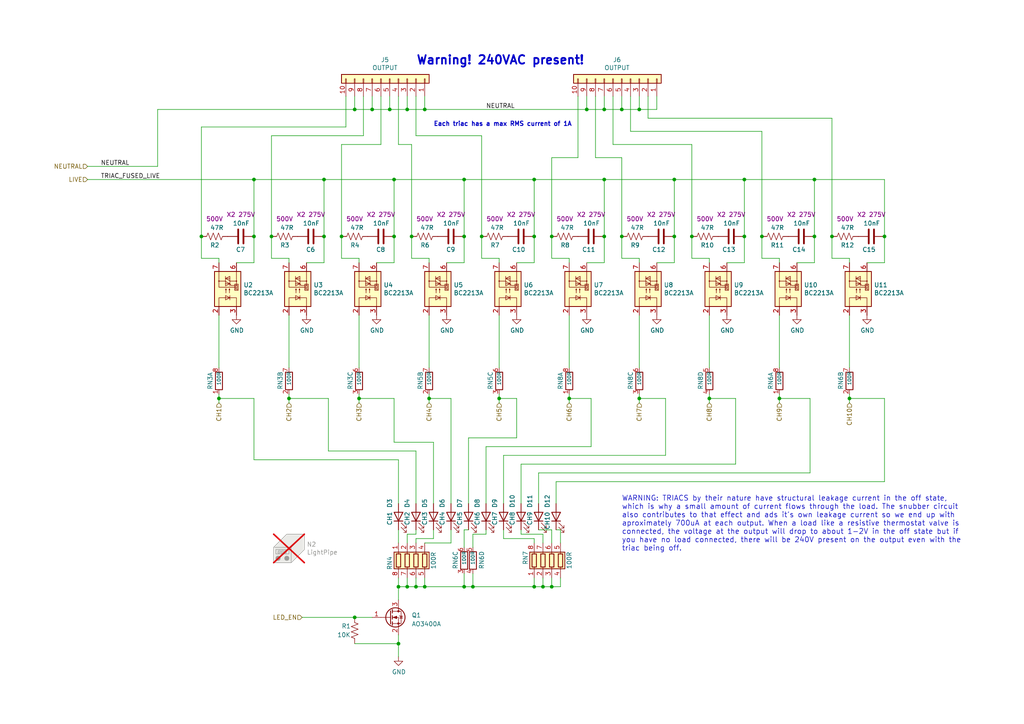
<source format=kicad_sch>
(kicad_sch (version 20230121) (generator eeschema)
  (paper "A4")
  (title_block (title "Voltlog ESP32 10ch Valve Actuator (Tasmota compatible)") (date "2023-08-25") (rev "D") (company "Voltlog"))
  (lib_symbols
    (symbol "Connector_Generic:Conn_01x10" (pin_names (offset 1.016) hide)
      (property "Reference" "J" (at 0 12.7 0))
      (property "Value" "Conn_01x10" (at 0 -15.24 0))
      (symbol "Conn_01x10_1_1"
        (pin passive line (at -5.08 10.16 0) (length 3.81) (name "Pin_1") (number "1"))
        (pin passive line (at -5.08 -12.7 0) (length 3.81) (name "Pin_10") (number "10"))
        (pin passive line (at -5.08 7.62 0) (length 3.81) (name "Pin_2") (number "2"))
        (pin passive line (at -5.08 5.08 0) (length 3.81) (name "Pin_3") (number "3"))
        (pin passive line (at -5.08 2.54 0) (length 3.81) (name "Pin_4") (number "4"))
        (pin passive line (at -5.08 0 0) (length 3.81) (name "Pin_5") (number "5"))
        (pin passive line (at -5.08 -2.54 0) (length 3.81) (name "Pin_6") (number "6"))
        (pin passive line (at -5.08 -5.08 0) (length 3.81) (name "Pin_7") (number "7"))
        (pin passive line (at -5.08 -7.62 0) (length 3.81) (name "Pin_8") (number "8"))
        (pin passive line (at -5.08 -10.16 0) (length 3.81) (name "Pin_9") (number "9"))
      )
    )
    (symbol "Device:C" (pin_numbers hide) (pin_names (offset 0.254))
      (property "Reference" "C" (at 0.635 2.54 0))
      (property "Value" "C" (at 0.635 -2.54 0))
      (symbol "C_1_1"
        (pin passive line (at 0 3.81 270) (length 2.794) (name "~") (number "1"))
        (pin passive line (at 0 -3.81 90) (length 2.794) (name "~") (number "2"))
      )
    )
    (symbol "Device:LED" (pin_numbers hide) (pin_names (offset 1.016) hide)
      (property "Reference" "D" (at 0 2.54 0))
      (property "Value" "LED" (at 0 -2.54 0))
      (symbol "LED_1_1"
        (pin passive line (at -3.81 0 0) (length 2.54) (name "K") (number "1"))
        (pin passive line (at 3.81 0 180) (length 2.54) (name "A") (number "2"))
      )
    )
    (symbol "Device:R_Pack04" (pin_names (offset 0) hide)
      (property "Reference" "RN" (at -7.62 0 90))
      (property "Value" "R_Pack04" (at 5.08 0 90))
      (symbol "R_Pack04_1_1"
        (pin passive line (at -5.08 -5.08 90) (length 2.54) (name "R1.1") (number "1"))
        (pin passive line (at -2.54 -5.08 90) (length 2.54) (name "R2.1") (number "2"))
        (pin passive line (at 0 -5.08 90) (length 2.54) (name "R3.1") (number "3"))
        (pin passive line (at 2.54 -5.08 90) (length 2.54) (name "R4.1") (number "4"))
        (pin passive line (at 2.54 5.08 270) (length 2.54) (name "R4.2") (number "5"))
        (pin passive line (at 0 5.08 270) (length 2.54) (name "R3.2") (number "6"))
        (pin passive line (at -2.54 5.08 270) (length 2.54) (name "R2.2") (number "7"))
        (pin passive line (at -5.08 5.08 270) (length 2.54) (name "R1.2") (number "8"))
      )
    )
    (symbol "Device:R_Pack04_Split" (pin_names (offset 0) hide)
      (property "Reference" "RN" (at 2.032 0 90))
      (property "Value" "R_Pack04_Split" (at 0 0 90))
      (symbol "R_Pack04_Split_1_1"
        (pin passive line (at 0 -3.81 90) (length 1.27) (name "R1.1") (number "1"))
        (pin passive line (at 0 3.81 270) (length 1.27) (name "R1.2") (number "8"))
      )
      (symbol "R_Pack04_Split_2_1"
        (pin passive line (at 0 -3.81 90) (length 1.27) (name "R2.1") (number "2"))
        (pin passive line (at 0 3.81 270) (length 1.27) (name "R2.2") (number "7"))
      )
      (symbol "R_Pack04_Split_3_1"
        (pin passive line (at 0 -3.81 90) (length 1.27) (name "R3.1") (number "3"))
        (pin passive line (at 0 3.81 270) (length 1.27) (name "R3.2") (number "6"))
      )
      (symbol "R_Pack04_Split_4_1"
        (pin passive line (at 0 -3.81 90) (length 1.27) (name "R4.1") (number "4"))
        (pin passive line (at 0 3.81 270) (length 1.27) (name "R4.2") (number "5"))
      )
    )
    (symbol "Device:R_US" (pin_numbers hide) (pin_names (offset 0))
      (property "Reference" "R" (at 2.54 0 90))
      (property "Value" "R_US" (at -2.54 0 90))
      (symbol "R_US_1_1"
        (pin passive line (at 0 3.81 270) (length 1.27) (name "~") (number "1"))
        (pin passive line (at 0 -3.81 90) (length 1.27) (name "~") (number "2"))
      )
    )
    (symbol "Mechanical:Housing" (pin_names (offset 1.016))
      (property "Reference" "N" (at 3.81 0 0))
      (property "Value" "Housing" (at 3.81 -1.905 0))
    )
    (symbol "Transistor_FET:AO3400A" (pin_names hide)
      (property "Reference" "Q" (at 5.08 1.905 0))
      (property "Value" "AO3400A" (at 5.08 0 0))
      (symbol "AO3400A_1_1"
        (pin input line (at -5.08 0 0) (length 2.54) (name "G") (number "1"))
        (pin passive line (at 2.54 -5.08 90) (length 2.54) (name "S") (number "2"))
        (pin passive line (at 2.54 5.08 270) (length 2.54) (name "D") (number "3"))
      )
    )
    (symbol "power:GND" (power) (pin_names (offset 0))
      (property "Value" "GND" (at 0 -3.81 0))
      (symbol "GND_1_1"
        (pin power_in line (at 0 0 270) (length 0) hide (name "GND") (number "1"))
      )
    )
    (symbol "voltlog:BC3223"
      (property "Reference" "U" (at -5.08 5.08 0))
      (property "Value" "BC3223" (at 0 5.08 0))
      (symbol "BC3223_0_0"
        (text "ZCD" (at 0.508 -2.54 0) (effects (font (size 0.508 0.508))))
      )
      (symbol "BC3223_1_1"
        (pin passive line (at -7.62 -2.54 0) (length 2.54) hide (name "~") (number "1"))
        (pin passive line (at -7.62 2.54 0) (length 2.54) (name "~") (number "2"))
        (pin passive line (at -7.62 -2.54 0) (length 2.54) (name "~") (number "3"))
        (pin passive line (at -7.62 -2.54 0) (length 2.54) hide (name "~") (number "4"))
        (pin passive line (at 7.62 -2.54 180) (length 2.54) hide (name "~") (number "5"))
        (pin passive line (at 7.62 -2.54 180) (length 2.54) (name "~") (number "6"))
        (pin passive line (at 7.62 2.54 180) (length 2.54) (name "~") (number "7"))
      )
    )
  )
  (junction (at 175.26 31.75))
  (junction (at 215.9 52.07))
  (junction (at 154.94 68.58))
  (junction (at 99.06 68.58))
  (junction (at 185.42 115.57))
  (junction (at 102.87 31.75))
  (junction (at 134.62 68.58))
  (junction (at 113.03 31.75))
  (junction (at 160.02 170.18))
  (junction (at 139.7 68.58))
  (junction (at 180.34 31.75))
  (junction (at 220.98 68.58))
  (junction (at 246.38 115.57))
  (junction (at 175.26 52.07))
  (junction (at 170.18 31.75))
  (junction (at 144.78 115.57))
  (junction (at 134.62 52.07))
  (junction (at 83.82 115.57))
  (junction (at 104.14 115.57))
  (junction (at 236.22 52.07))
  (junction (at 102.87 179.07))
  (junction (at 114.3 68.58))
  (junction (at 118.11 31.75))
  (junction (at 73.66 68.58))
  (junction (at 180.34 68.58))
  (junction (at 236.22 68.58))
  (junction (at 114.3 52.07))
  (junction (at 226.06 115.57))
  (junction (at 215.9 68.58))
  (junction (at 93.98 52.07))
  (junction (at 134.62 170.18))
  (junction (at 123.19 170.18))
  (junction (at 256.54 68.58))
  (junction (at 120.65 170.18))
  (junction (at 195.58 52.07))
  (junction (at 115.57 170.18))
  (junction (at 200.66 68.58))
  (junction (at 124.46 115.57))
  (junction (at 115.57 186.69))
  (junction (at 73.66 52.07))
  (junction (at 119.38 68.58))
  (junction (at 165.1 115.57))
  (junction (at 154.94 52.07))
  (junction (at 205.74 115.57))
  (junction (at 157.48 170.18))
  (junction (at 160.02 68.58))
  (junction (at 123.19 31.75))
  (junction (at 241.3 68.58))
  (junction (at 107.95 31.75))
  (junction (at 175.26 68.58))
  (junction (at 93.98 68.58))
  (junction (at 63.5 115.57))
  (junction (at 118.11 170.18))
  (junction (at 154.94 170.18))
  (junction (at 58.42 68.58))
  (junction (at 137.16 170.18))
  (junction (at 185.42 31.75))
  (junction (at 78.74 68.58))
  (junction (at 195.58 68.58))
  (wire (pts (xy 146.05 156.21) (xy 146.05 153.67)))
  (wire (pts (xy 182.88 27.94) (xy 182.88 38.1)))
  (wire (pts (xy 123.19 170.18) (xy 134.62 170.18)))
  (wire (pts (xy 120.65 167.64) (xy 120.65 170.18)))
  (wire (pts (xy 83.82 116.84) (xy 83.82 115.57)))
  (wire (pts (xy 123.19 157.48) (xy 130.81 157.48)))
  (wire (pts (xy 120.65 154.94) (xy 120.65 153.67)))
  (wire (pts (xy 115.57 27.94) (xy 115.57 41.91)))
  (wire (pts (xy 78.74 39.37) (xy 78.74 68.58)))
  (wire (pts (xy 137.16 166.37) (xy 137.16 170.18)))
  (wire (pts (xy 78.74 68.58) (xy 78.74 74.93)))
  (wire (pts (xy 87.63 179.07) (xy 102.87 179.07)))
  (wire (pts (xy 170.18 76.2) (xy 175.26 76.2)))
  (wire (pts (xy 236.22 52.07) (xy 256.54 52.07)))
  (wire (pts (xy 105.41 27.94) (xy 105.41 39.37)))
  (wire (pts (xy 118.11 167.64) (xy 118.11 170.18)))
  (wire (pts (xy 124.46 76.2) (xy 124.46 74.93)))
  (wire (pts (xy 137.16 154.94) (xy 140.97 154.94)))
  (wire (pts (xy 154.94 68.58) (xy 154.94 76.2)))
  (wire (pts (xy 95.25 130.81) (xy 95.25 115.57)))
  (wire (pts (xy 154.94 170.18) (xy 157.48 170.18)))
  (wire (pts (xy 73.66 76.2) (xy 73.66 68.58)))
  (wire (pts (xy 114.3 68.58) (xy 114.3 76.2)))
  (wire (pts (xy 118.11 157.48) (xy 118.11 154.94)))
  (wire (pts (xy 241.3 68.58) (xy 241.3 74.93)))
  (wire (pts (xy 165.1 76.2) (xy 165.1 74.93)))
  (wire (pts (xy 154.94 52.07) (xy 175.26 52.07)))
  (wire (pts (xy 241.3 34.29) (xy 241.3 68.58)))
  (wire (pts (xy 120.65 130.81) (xy 120.65 146.05)))
  (wire (pts (xy 95.25 115.57) (xy 83.82 115.57)))
  (wire (pts (xy 172.72 27.94) (xy 172.72 45.72)))
  (wire (pts (xy 120.65 39.37) (xy 139.7 39.37)))
  (wire (pts (xy 73.66 133.35) (xy 115.57 133.35)))
  (wire (pts (xy 205.74 76.2) (xy 205.74 74.93)))
  (wire (pts (xy 115.57 41.91) (xy 119.38 41.91)))
  (wire (pts (xy 146.05 132.08) (xy 193.04 132.08)))
  (wire (pts (xy 104.14 76.2) (xy 104.14 74.93)))
  (wire (pts (xy 151.13 154.94) (xy 157.48 154.94)))
  (wire (pts (xy 104.14 106.68) (xy 104.14 91.44)))
  (wire (pts (xy 123.19 27.94) (xy 123.19 31.75)))
  (wire (pts (xy 130.81 115.57) (xy 130.81 146.05)))
  (wire (pts (xy 63.5 115.57) (xy 63.5 114.3)))
  (wire (pts (xy 45.72 31.75) (xy 102.87 31.75)))
  (wire (pts (xy 140.97 129.54) (xy 140.97 146.05)))
  (wire (pts (xy 110.49 27.94) (xy 110.49 41.91)))
  (wire (pts (xy 63.5 74.93) (xy 58.42 74.93)))
  (wire (pts (xy 170.18 31.75) (xy 175.26 31.75)))
  (wire (pts (xy 215.9 52.07) (xy 236.22 52.07)))
  (wire (pts (xy 167.64 45.72) (xy 160.02 45.72)))
  (wire (pts (xy 157.48 154.94) (xy 157.48 157.48)))
  (wire (pts (xy 139.7 39.37) (xy 139.7 68.58)))
  (wire (pts (xy 134.62 52.07) (xy 134.62 68.58)))
  (wire (pts (xy 256.54 115.57) (xy 246.38 115.57)))
  (wire (pts (xy 175.26 27.94) (xy 175.26 31.75)))
  (wire (pts (xy 172.72 45.72) (xy 180.34 45.72)))
  (wire (pts (xy 226.06 74.93) (xy 220.98 74.93)))
  (wire (pts (xy 63.5 115.57) (xy 73.66 115.57)))
  (wire (pts (xy 93.98 52.07) (xy 93.98 68.58)))
  (wire (pts (xy 205.74 115.57) (xy 205.74 114.3)))
  (wire (pts (xy 144.78 116.84) (xy 144.78 115.57)))
  (wire (pts (xy 114.3 128.27) (xy 125.73 128.27)))
  (wire (pts (xy 193.04 115.57) (xy 185.42 115.57)))
  (wire (pts (xy 134.62 166.37) (xy 134.62 170.18)))
  (wire (pts (xy 123.19 167.64) (xy 123.19 170.18)))
  (wire (pts (xy 177.8 41.91) (xy 200.66 41.91)))
  (wire (pts (xy 175.26 31.75) (xy 180.34 31.75)))
  (wire (pts (xy 124.46 106.68) (xy 124.46 91.44)))
  (wire (pts (xy 195.58 52.07) (xy 195.58 68.58)))
  (wire (pts (xy 93.98 52.07) (xy 114.3 52.07)))
  (wire (pts (xy 115.57 186.69) (xy 115.57 190.5)))
  (wire (pts (xy 93.98 68.58) (xy 93.98 76.2)))
  (wire (pts (xy 165.1 116.84) (xy 165.1 115.57)))
  (wire (pts (xy 83.82 115.57) (xy 83.82 114.3)))
  (wire (pts (xy 246.38 106.68) (xy 246.38 91.44)))
  (wire (pts (xy 124.46 116.84) (xy 124.46 115.57)))
  (wire (pts (xy 151.13 134.62) (xy 213.36 134.62)))
  (wire (pts (xy 205.74 116.84) (xy 205.74 115.57)))
  (wire (pts (xy 215.9 52.07) (xy 215.9 68.58)))
  (wire (pts (xy 105.41 39.37) (xy 78.74 39.37)))
  (wire (pts (xy 160.02 153.67) (xy 160.02 157.48)))
  (wire (pts (xy 165.1 115.57) (xy 165.1 114.3)))
  (wire (pts (xy 114.3 52.07) (xy 134.62 52.07)))
  (wire (pts (xy 104.14 115.57) (xy 104.14 114.3)))
  (wire (pts (xy 130.81 157.48) (xy 130.81 153.67)))
  (wire (pts (xy 175.26 52.07) (xy 195.58 52.07)))
  (wire (pts (xy 175.26 52.07) (xy 175.26 68.58)))
  (wire (pts (xy 226.06 115.57) (xy 226.06 114.3)))
  (wire (pts (xy 205.74 106.68) (xy 205.74 91.44)))
  (wire (pts (xy 140.97 129.54) (xy 171.45 129.54)))
  (wire (pts (xy 185.42 116.84) (xy 185.42 115.57)))
  (wire (pts (xy 134.62 170.18) (xy 137.16 170.18)))
  (wire (pts (xy 119.38 68.58) (xy 119.38 74.93)))
  (wire (pts (xy 58.42 36.83) (xy 100.33 36.83)))
  (wire (pts (xy 210.82 76.2) (xy 215.9 76.2)))
  (wire (pts (xy 120.65 27.94) (xy 120.65 39.37)))
  (wire (pts (xy 246.38 76.2) (xy 246.38 74.93)))
  (wire (pts (xy 185.42 74.93) (xy 180.34 74.93)))
  (wire (pts (xy 83.82 106.68) (xy 83.82 91.44)))
  (wire (pts (xy 236.22 52.07) (xy 236.22 68.58)))
  (wire (pts (xy 99.06 41.91) (xy 110.49 41.91)))
  (wire (pts (xy 187.96 34.29) (xy 241.3 34.29)))
  (wire (pts (xy 118.11 31.75) (xy 123.19 31.75)))
  (wire (pts (xy 215.9 68.58) (xy 215.9 76.2)))
  (wire (pts (xy 144.78 115.57) (xy 144.78 114.3)))
  (wire (pts (xy 236.22 68.58) (xy 236.22 76.2)))
  (wire (pts (xy 161.29 153.67) (xy 162.56 153.67)))
  (wire (pts (xy 125.73 128.27) (xy 125.73 146.05)))
  (wire (pts (xy 175.26 68.58) (xy 175.26 76.2)))
  (wire (pts (xy 156.21 137.16) (xy 156.21 146.05)))
  (wire (pts (xy 115.57 167.64) (xy 115.57 170.18)))
  (wire (pts (xy 118.11 154.94) (xy 120.65 154.94)))
  (wire (pts (xy 107.95 27.94) (xy 107.95 31.75)))
  (wire (pts (xy 99.06 68.58) (xy 99.06 74.93)))
  (wire (pts (xy 134.62 153.67) (xy 134.62 158.75)))
  (wire (pts (xy 234.95 137.16) (xy 234.95 115.57)))
  (wire (pts (xy 187.96 27.94) (xy 187.96 34.29)))
  (wire (pts (xy 109.22 76.2) (xy 114.3 76.2)))
  (wire (pts (xy 185.42 27.94) (xy 185.42 31.75)))
  (wire (pts (xy 120.65 130.81) (xy 95.25 130.81)))
  (wire (pts (xy 185.42 76.2) (xy 185.42 74.93)))
  (wire (pts (xy 114.3 115.57) (xy 114.3 128.27)))
  (wire (pts (xy 68.58 76.2) (xy 73.66 76.2)))
  (wire (pts (xy 118.11 170.18) (xy 120.65 170.18)))
  (wire (pts (xy 83.82 76.2) (xy 83.82 74.93)))
  (wire (pts (xy 100.33 36.83) (xy 100.33 27.94)))
  (wire (pts (xy 149.86 127) (xy 149.86 115.57)))
  (wire (pts (xy 129.54 76.2) (xy 134.62 76.2)))
  (wire (pts (xy 73.66 115.57) (xy 73.66 133.35)))
  (wire (pts (xy 180.34 31.75) (xy 185.42 31.75)))
  (wire (pts (xy 195.58 52.07) (xy 215.9 52.07)))
  (wire (pts (xy 200.66 41.91) (xy 200.66 68.58)))
  (wire (pts (xy 120.65 170.18) (xy 123.19 170.18)))
  (wire (pts (xy 154.94 167.64) (xy 154.94 170.18)))
  (wire (pts (xy 135.89 127) (xy 149.86 127)))
  (wire (pts (xy 113.03 31.75) (xy 118.11 31.75)))
  (wire (pts (xy 160.02 68.58) (xy 160.02 74.93)))
  (wire (pts (xy 140.97 154.94) (xy 140.97 153.67)))
  (wire (pts (xy 104.14 74.93) (xy 99.06 74.93)))
  (wire (pts (xy 124.46 115.57) (xy 124.46 114.3)))
  (wire (pts (xy 119.38 41.91) (xy 119.38 68.58)))
  (wire (pts (xy 99.06 41.91) (xy 99.06 68.58)))
  (wire (pts (xy 113.03 27.94) (xy 113.03 31.75)))
  (wire (pts (xy 154.94 52.07) (xy 154.94 68.58)))
  (wire (pts (xy 256.54 52.07) (xy 256.54 68.58)))
  (wire (pts (xy 193.04 132.08) (xy 193.04 115.57)))
  (wire (pts (xy 165.1 74.93) (xy 160.02 74.93)))
  (wire (pts (xy 115.57 184.15) (xy 115.57 186.69)))
  (wire (pts (xy 63.5 116.84) (xy 63.5 115.57)))
  (wire (pts (xy 246.38 116.84) (xy 246.38 115.57)))
  (wire (pts (xy 160.02 167.64) (xy 160.02 170.18)))
  (wire (pts (xy 165.1 106.68) (xy 165.1 91.44)))
  (wire (pts (xy 115.57 170.18) (xy 118.11 170.18)))
  (wire (pts (xy 161.29 139.7) (xy 256.54 139.7)))
  (wire (pts (xy 182.88 38.1) (xy 220.98 38.1)))
  (wire (pts (xy 114.3 52.07) (xy 114.3 68.58)))
  (wire (pts (xy 151.13 153.67) (xy 151.13 154.94)))
  (wire (pts (xy 157.48 167.64) (xy 157.48 170.18)))
  (wire (pts (xy 88.9 76.2) (xy 93.98 76.2)))
  (wire (pts (xy 102.87 179.07) (xy 107.95 179.07)))
  (wire (pts (xy 144.78 76.2) (xy 144.78 74.93)))
  (wire (pts (xy 154.94 156.21) (xy 146.05 156.21)))
  (wire (pts (xy 220.98 68.58) (xy 220.98 74.93)))
  (wire (pts (xy 123.19 31.75) (xy 170.18 31.75)))
  (wire (pts (xy 256.54 68.58) (xy 256.54 76.2)))
  (wire (pts (xy 185.42 115.57) (xy 185.42 114.3)))
  (wire (pts (xy 58.42 74.93) (xy 58.42 68.58)))
  (wire (pts (xy 25.4 48.26) (xy 45.72 48.26)))
  (wire (pts (xy 73.66 52.07) (xy 93.98 52.07)))
  (wire (pts (xy 171.45 129.54) (xy 171.45 115.57)))
  (wire (pts (xy 226.06 76.2) (xy 226.06 74.93)))
  (wire (pts (xy 156.21 137.16) (xy 234.95 137.16)))
  (wire (pts (xy 134.62 153.67) (xy 135.89 153.67)))
  (wire (pts (xy 45.72 48.26) (xy 45.72 31.75)))
  (wire (pts (xy 144.78 74.93) (xy 139.7 74.93)))
  (wire (pts (xy 231.14 76.2) (xy 236.22 76.2)))
  (wire (pts (xy 83.82 74.93) (xy 78.74 74.93)))
  (wire (pts (xy 200.66 68.58) (xy 200.66 74.93)))
  (wire (pts (xy 151.13 134.62) (xy 151.13 146.05)))
  (wire (pts (xy 124.46 115.57) (xy 130.81 115.57)))
  (wire (pts (xy 120.65 157.48) (xy 120.65 156.21)))
  (wire (pts (xy 144.78 106.68) (xy 144.78 91.44)))
  (wire (pts (xy 63.5 106.68) (xy 63.5 91.44)))
  (wire (pts (xy 251.46 76.2) (xy 256.54 76.2)))
  (wire (pts (xy 256.54 139.7) (xy 256.54 115.57)))
  (wire (pts (xy 170.18 27.94) (xy 170.18 31.75)))
  (wire (pts (xy 160.02 45.72) (xy 160.02 68.58)))
  (wire (pts (xy 58.42 68.58) (xy 58.42 36.83)))
  (wire (pts (xy 246.38 74.93) (xy 241.3 74.93)))
  (wire (pts (xy 107.95 31.75) (xy 113.03 31.75)))
  (wire (pts (xy 180.34 45.72) (xy 180.34 68.58)))
  (wire (pts (xy 63.5 76.2) (xy 63.5 74.93)))
  (wire (pts (xy 171.45 115.57) (xy 165.1 115.57)))
  (wire (pts (xy 135.89 127) (xy 135.89 146.05)))
  (wire (pts (xy 190.5 76.2) (xy 195.58 76.2)))
  (wire (pts (xy 115.57 157.48) (xy 115.57 153.67)))
  (wire (pts (xy 134.62 68.58) (xy 134.62 76.2)))
  (wire (pts (xy 102.87 186.69) (xy 115.57 186.69)))
  (wire (pts (xy 102.87 27.94) (xy 102.87 31.75)))
  (wire (pts (xy 118.11 27.94) (xy 118.11 31.75)))
  (wire (pts (xy 146.05 132.08) (xy 146.05 146.05)))
  (wire (pts (xy 157.48 170.18) (xy 160.02 170.18)))
  (wire (pts (xy 205.74 74.93) (xy 200.66 74.93)))
  (wire (pts (xy 226.06 106.68) (xy 226.06 91.44)))
  (wire (pts (xy 162.56 153.67) (xy 162.56 157.48)))
  (wire (pts (xy 213.36 134.62) (xy 213.36 115.57)))
  (wire (pts (xy 137.16 170.18) (xy 154.94 170.18)))
  (wire (pts (xy 73.66 68.58) (xy 73.66 52.07)))
  (wire (pts (xy 124.46 74.93) (xy 119.38 74.93)))
  (wire (pts (xy 190.5 31.75) (xy 190.5 27.94)))
  (wire (pts (xy 246.38 115.57) (xy 246.38 114.3)))
  (wire (pts (xy 162.56 170.18) (xy 162.56 167.64)))
  (wire (pts (xy 161.29 139.7) (xy 161.29 146.05)))
  (wire (pts (xy 160.02 170.18) (xy 162.56 170.18)))
  (wire (pts (xy 149.86 115.57) (xy 144.78 115.57)))
  (wire (pts (xy 120.65 156.21) (xy 125.73 156.21)))
  (wire (pts (xy 115.57 170.18) (xy 115.57 173.99)))
  (wire (pts (xy 213.36 115.57) (xy 205.74 115.57)))
  (wire (pts (xy 154.94 157.48) (xy 154.94 156.21)))
  (wire (pts (xy 115.57 133.35) (xy 115.57 146.05)))
  (wire (pts (xy 137.16 154.94) (xy 137.16 158.75)))
  (wire (pts (xy 167.64 27.94) (xy 167.64 45.72)))
  (wire (pts (xy 134.62 52.07) (xy 154.94 52.07)))
  (wire (pts (xy 220.98 38.1) (xy 220.98 68.58)))
  (wire (pts (xy 180.34 68.58) (xy 180.34 74.93)))
  (wire (pts (xy 25.4 52.07) (xy 73.66 52.07)))
  (wire (pts (xy 226.06 116.84) (xy 226.06 115.57)))
  (wire (pts (xy 139.7 68.58) (xy 139.7 74.93)))
  (wire (pts (xy 102.87 31.75) (xy 107.95 31.75)))
  (wire (pts (xy 185.42 106.68) (xy 185.42 91.44)))
  (wire (pts (xy 125.73 156.21) (xy 125.73 153.67)))
  (wire (pts (xy 149.86 76.2) (xy 154.94 76.2)))
  (wire (pts (xy 156.21 153.67) (xy 160.02 153.67)))
  (wire (pts (xy 234.95 115.57) (xy 226.06 115.57)))
  (wire (pts (xy 180.34 27.94) (xy 180.34 31.75)))
  (wire (pts (xy 185.42 31.75) (xy 190.5 31.75)))
  (wire (pts (xy 177.8 27.94) (xy 177.8 41.91)))
  (wire (pts (xy 195.58 68.58) (xy 195.58 76.2)))
  (wire (pts (xy 104.14 115.57) (xy 114.3 115.57)))
  (wire (pts (xy 104.14 116.84) (xy 104.14 115.57)))
  (text "Warning! 240VAC present!" (at 120.65 19.05 0) (effects (font (size 2.4892 2.4892) (thickness 0.4978) bold) (justify left bottom)))
  (text "WARNING: TRIACS by their nature have structural leakage current in the off state, \nwhich is why a small amount of current flows through the load. The snubber circuit \nalso contributes to that effect and ads it's own leakage current so we end up with \naproximately 700uA at each output. When a load like a resistive thermostat valve is \nconnected, the voltage at the output will drop to about 1-2V in the off state but if \nyou have no load connected, there will be 240V present on the output even with the\ntriac being off." (at 180.34 160.02 0) (effects (font (size 1.4986 1.4986)) (justify left bottom)))
  (text "Each triac has a max RMS current of 1A" (at 125.73 36.83 0) (effects (font (size 1.27 1.27) (thickness 0.254) bold) (justify left bottom)))
  (label "NEUTRAL" (at 29.21 48.26 0))
  (label "TRIAC_FUSED_LIVE" (at 29.21 52.07 0))
  (label "NEUTRAL" (at 140.97 31.75 0))
  (hierarchical_label "CH6" (shape input) (at 165.1 116.84 270))
  (hierarchical_label "NEUTRAL" (shape input) (at 25.4 48.26 180))
  (hierarchical_label "CH5" (shape input) (at 144.78 116.84 270))
  (hierarchical_label "CH9" (shape input) (at 226.06 116.84 270))
  (hierarchical_label "CH4" (shape input) (at 124.46 116.84 270))
  (hierarchical_label "CH3" (shape input) (at 104.14 116.84 270))
  (hierarchical_label "CH1" (shape input) (at 63.5 116.84 270))
  (hierarchical_label "CH2" (shape input) (at 83.82 116.84 270))
  (hierarchical_label "CH10" (shape input) (at 246.38 116.84 270))
  (hierarchical_label "CH7" (shape input) (at 185.42 116.84 270))
  (hierarchical_label "LED_EN" (shape input) (at 87.63 179.07 180))
  (hierarchical_label "LIVE" (shape input) (at 25.4 52.07 180))
  (hierarchical_label "CH8" (shape input) (at 205.74 116.84 270))
  (symbol (lib_id "Connector_Generic:Conn_01x10") (at 113.03 22.86 270) (mirror x) (unit 1)
    (property "Reference" "J5" (at 111.6584 17.3482 90))
    (property "Value" "OUTPUT" (at 111.6584 19.6596 90))
    (property "Footprint" "Voltlog:TerminalBlock_1x10_P5.00mm_Horizontal" (effects hide))
  )
  (symbol (lib_id "Connector_Generic:Conn_01x10") (at 180.34 22.86 270) (mirror x) (unit 1)
    (property "Reference" "J6" (at 178.9684 17.3482 90))
    (property "Value" "OUTPUT" (at 178.9684 19.6596 90))
    (property "Footprint" "Voltlog:TerminalBlock_1x10_P5.00mm_Horizontal" (effects hide))
  )
  (symbol (lib_id "Device:LED") (at 115.57 149.86 90) (unit 1)
    (property "Reference" "D3" (at 113.03 147.32 0) (effects (justify left)))
    (property "Value" "CH1" (at 113.03 152.4 0) (effects (justify left)))
    (property "Footprint" "LED_SMD:LED_0603_1608Metric" (effects hide))
    (property "LCSC" "C84267" (effects hide))
  )
  (symbol (lib_id "Device:R_Pack04") (at 120.65 162.56 0) (mirror x) (unit 1)
    (property "Reference" "RN4" (at 113.03 161.29 90) (effects (justify left)))
    (property "Value" "100R" (at 125.73 160.02 90) (effects (justify left)))
    (property "Footprint" "Resistor_SMD:R_Array_Convex_4x0603" (effects hide))
    (property "LCSC" "C2991278" (effects hide))
  )
  (symbol (lib_id "Device:LED") (at 120.65 149.86 90) (unit 1)
    (property "Reference" "D4" (at 118.11 147.32 0) (effects (justify left)))
    (property "Value" "CH2" (at 118.11 152.4 0) (effects (justify left)))
    (property "Footprint" "LED_SMD:LED_0603_1608Metric" (effects hide))
    (property "LCSC" "C84267" (effects hide))
  )
  (symbol (lib_id "Device:LED") (at 125.73 149.86 90) (unit 1)
    (property "Reference" "D5" (at 123.19 147.32 0) (effects (justify left)))
    (property "Value" "CH3" (at 123.19 152.4 0) (effects (justify left)))
    (property "Footprint" "LED_SMD:LED_0603_1608Metric" (effects hide))
    (property "LCSC" "C84267" (effects hide))
  )
  (symbol (lib_id "Device:LED") (at 130.81 149.86 90) (unit 1)
    (property "Reference" "D6" (at 128.27 147.32 0) (effects (justify left)))
    (property "Value" "CH4" (at 128.27 152.4 0) (effects (justify left)))
    (property "Footprint" "LED_SMD:LED_0603_1608Metric" (effects hide))
    (property "LCSC" "C84267" (effects hide))
  )
  (symbol (lib_id "Device:LED") (at 135.89 149.86 90) (unit 1)
    (property "Reference" "D7" (at 133.35 147.32 0) (effects (justify left)))
    (property "Value" "CH5" (at 133.35 152.4 0) (effects (justify left)))
    (property "Footprint" "LED_SMD:LED_0603_1608Metric" (effects hide))
    (property "LCSC" "C84267" (effects hide))
  )
  (symbol (lib_id "Device:LED") (at 140.97 149.86 90) (unit 1)
    (property "Reference" "D8" (at 138.43 147.32 0) (effects (justify left)))
    (property "Value" "CH6" (at 138.43 152.4 0) (effects (justify left)))
    (property "Footprint" "LED_SMD:LED_0603_1608Metric" (effects hide))
    (property "LCSC" "C84267" (effects hide))
  )
  (symbol (lib_id "Device:LED") (at 146.05 149.86 90) (unit 1)
    (property "Reference" "D9" (at 143.51 147.32 0) (effects (justify left)))
    (property "Value" "CH7" (at 143.51 152.4 0) (effects (justify left)))
    (property "Footprint" "LED_SMD:LED_0603_1608Metric" (effects hide))
    (property "LCSC" "C84267" (effects hide))
  )
  (symbol (lib_id "Device:LED") (at 151.13 149.86 90) (unit 1)
    (property "Reference" "D10" (at 148.59 147.32 0) (effects (justify left)))
    (property "Value" "CH8" (at 148.59 152.4 0) (effects (justify left)))
    (property "Footprint" "LED_SMD:LED_0603_1608Metric" (effects hide))
    (property "LCSC" "C84267" (effects hide))
  )
  (symbol (lib_id "Device:LED") (at 156.21 149.86 90) (unit 1)
    (property "Reference" "D11" (at 153.67 147.32 0) (effects (justify left)))
    (property "Value" "CH9" (at 153.67 152.4 0) (effects (justify left)))
    (property "Footprint" "LED_SMD:LED_0603_1608Metric" (effects hide))
    (property "LCSC" "C84267" (effects hide))
  )
  (symbol (lib_id "Device:LED") (at 161.29 149.86 90) (unit 1)
    (property "Reference" "D12" (at 158.75 147.32 0) (effects (justify left)))
    (property "Value" "CH10" (at 158.75 153.67 0) (effects (justify left)))
    (property "Footprint" "LED_SMD:LED_0603_1608Metric" (effects hide))
    (property "LCSC" "C84267" (effects hide))
  )
  (symbol (lib_id "Device:R_Pack04") (at 160.02 162.56 0) (unit 1)
    (property "Reference" "RN7" (at 152.4 163.83 90) (effects (justify left)))
    (property "Value" "100R" (at 165.1 165.1 90) (effects (justify left)))
    (property "Footprint" "Resistor_SMD:R_Array_Convex_4x0603" (effects hide))
    (property "LCSC" "C2991278" (effects hide))
  )
  (symbol (lib_id "power:GND") (at 115.57 190.5 0) (unit 1)
    (property "Reference" "#PWR020" (effects hide))
    (property "Value" "GND" (at 115.697 194.8942 0))
  )
  (symbol (lib_id "Device:R_Pack04_Split") (at 63.5 110.49 0) (unit 1)
    (property "Reference" "RN3" (at 60.96 113.03 90) (effects (justify left)))
    (property "Value" "100R" (at 63.5 111.76 90) (effects (font (size 0.9906 0.9906)) (justify left)))
    (property "Footprint" "Resistor_SMD:R_Array_Convex_4x0603" (effects hide))
    (property "LCSC" "C2991278" (effects hide))
  )
  (symbol (lib_id "Device:C") (at 69.85 68.58 90) (unit 1)
    (property "Reference" "C7" (at 71.12 72.39 90) (effects (justify left)))
    (property "Value" "10nF" (at 72.39 64.77 90) (effects (justify left)))
    (property "Footprint" "Capacitor_THT:C_Rect_L10.0mm_W4.0mm_P7.50mm_MKS4" (effects hide))
    (property "Datasheet" "https://datasheet.lcsc.com/lcsc/2111121830_SRD-Shenzhen-Sincerity-Tech-MP2103K27B1R5LC_C105754.pdf" (effects hide))
    (property "LCSC" "C105754" (effects hide))
    (property "Class" "X2 275V" (at 69.85 62.23 90))
    (property "PN" "MP2103K27B1R5LC" (effects hide))
  )
  (symbol (lib_id "Device:R_US") (at 62.23 68.58 270) (unit 1)
    (property "Reference" "R2" (at 60.96 71.12 90) (effects (justify left)))
    (property "Value" "47R" (at 60.96 66.04 90) (effects (justify left)))
    (property "Footprint" "Resistor_SMD:R_1206_3216Metric" (effects hide))
    (property "Datasheet" "https://datasheet.lcsc.com/lcsc/2109190830_ROHM-Semicon-KTR18EZPJ470_C510149.pdf" (effects hide))
    (property "LCSC" "C510149" (effects hide))
    (property "PN" "KTR18EZPJ470" (effects hide))
    (property "Voltage" "500V" (at 62.23 63.5 90))
  )
  (symbol (lib_id "voltlog:BC3223") (at 66.04 83.82 90) (unit 1)
    (property "Reference" "U2" (at 70.612 82.6516 90) (effects (justify right)))
    (property "Value" "BC2213A" (at 70.612 84.963 90) (effects (justify right)))
    (property "Footprint" "Voltlog:SOIC-7" (effects hide))
    (property "Datasheet" "https://datasheet.lcsc.com/lcsc/2306151728_BC-BC2213A_C596512.pdf" (effects hide))
    (property "LCSC" "C596512" (effects hide))
  )
  (symbol (lib_id "power:GND") (at 68.58 91.44 0) (unit 1)
    (property "Reference" "#PWR017" (effects hide))
    (property "Value" "GND" (at 68.707 95.8342 0))
  )
  (symbol (lib_id "Device:R_Pack04_Split") (at 83.82 110.49 0) (unit 2)
    (property "Reference" "RN3" (at 81.28 113.03 90) (effects (justify left)))
    (property "Value" "100R" (at 83.82 111.76 90) (effects (font (size 0.9906 0.9906)) (justify left)))
    (property "Footprint" "Resistor_SMD:R_Array_Convex_4x0603" (effects hide))
    (property "LCSC" "C2991278" (effects hide))
  )
  (symbol (lib_id "voltlog:BC3223") (at 86.36 83.82 90) (unit 1)
    (property "Reference" "U3" (at 90.932 82.6516 90) (effects (justify right)))
    (property "Value" "BC2213A" (at 90.932 84.963 90) (effects (justify right)))
    (property "Footprint" "Voltlog:SOIC-7" (effects hide))
    (property "Datasheet" "https://datasheet.lcsc.com/lcsc/2306151728_BC-BC2213A_C596512.pdf" (effects hide))
    (property "LCSC" "C596512" (effects hide))
  )
  (symbol (lib_id "power:GND") (at 88.9 91.44 0) (unit 1)
    (property "Reference" "#PWR018" (effects hide))
    (property "Value" "GND" (at 89.027 95.8342 0))
  )
  (symbol (lib_id "Device:R_Pack04_Split") (at 104.14 110.49 0) (unit 3)
    (property "Reference" "RN3" (at 101.6 113.03 90) (effects (justify left)))
    (property "Value" "100R" (at 104.14 111.76 90) (effects (font (size 0.9906 0.9906)) (justify left)))
    (property "Footprint" "Resistor_SMD:R_Array_Convex_4x0603" (effects hide))
    (property "LCSC" "C2991278" (effects hide))
  )
  (symbol (lib_id "voltlog:BC3223") (at 106.68 83.82 90) (unit 1)
    (property "Reference" "U4" (at 111.252 82.6516 90) (effects (justify right)))
    (property "Value" "BC2213A" (at 111.252 84.963 90) (effects (justify right)))
    (property "Footprint" "Voltlog:SOIC-7" (effects hide))
    (property "Datasheet" "https://datasheet.lcsc.com/lcsc/2306151728_BC-BC2213A_C596512.pdf" (effects hide))
    (property "LCSC" "C596512" (effects hide))
  )
  (symbol (lib_id "power:GND") (at 109.22 91.44 0) (unit 1)
    (property "Reference" "#PWR019" (effects hide))
    (property "Value" "GND" (at 109.347 95.8342 0))
  )
  (symbol (lib_id "voltlog:BC3223") (at 127 83.82 90) (unit 1)
    (property "Reference" "U5" (at 131.572 82.6516 90) (effects (justify right)))
    (property "Value" "BC2213A" (at 131.572 84.963 90) (effects (justify right)))
    (property "Footprint" "Voltlog:SOIC-7" (effects hide))
    (property "Datasheet" "https://datasheet.lcsc.com/lcsc/2306151728_BC-BC2213A_C596512.pdf" (effects hide))
    (property "LCSC" "C596512" (effects hide))
  )
  (symbol (lib_id "power:GND") (at 129.54 91.44 0) (unit 1)
    (property "Reference" "#PWR021" (effects hide))
    (property "Value" "GND" (at 129.667 95.8342 0))
  )
  (symbol (lib_id "voltlog:BC3223") (at 147.32 83.82 90) (unit 1)
    (property "Reference" "U6" (at 151.892 82.6516 90) (effects (justify right)))
    (property "Value" "BC2213A" (at 151.892 84.963 90) (effects (justify right)))
    (property "Footprint" "Voltlog:SOIC-7" (effects hide))
    (property "Datasheet" "https://datasheet.lcsc.com/lcsc/2306151728_BC-BC2213A_C596512.pdf" (effects hide))
    (property "LCSC" "C596512" (effects hide))
  )
  (symbol (lib_id "power:GND") (at 149.86 91.44 0) (unit 1)
    (property "Reference" "#PWR022" (effects hide))
    (property "Value" "GND" (at 149.987 95.8342 0))
  )
  (symbol (lib_id "Device:R_Pack04_Split") (at 124.46 110.49 0) (unit 2)
    (property "Reference" "RN5" (at 121.92 113.03 90) (effects (justify left)))
    (property "Value" "100R" (at 124.46 111.76 90) (effects (font (size 0.9906 0.9906)) (justify left)))
    (property "Footprint" "Resistor_SMD:R_Array_Convex_4x0603" (effects hide))
    (property "LCSC" "C2991278" (effects hide))
  )
  (symbol (lib_id "voltlog:BC3223") (at 167.64 83.82 90) (unit 1)
    (property "Reference" "U7" (at 172.212 82.6516 90) (effects (justify right)))
    (property "Value" "BC2213A" (at 172.212 84.963 90) (effects (justify right)))
    (property "Footprint" "Voltlog:SOIC-7" (effects hide))
    (property "Datasheet" "https://datasheet.lcsc.com/lcsc/2306151728_BC-BC2213A_C596512.pdf" (effects hide))
    (property "LCSC" "C596512" (effects hide))
  )
  (symbol (lib_id "power:GND") (at 170.18 91.44 0) (unit 1)
    (property "Reference" "#PWR023" (effects hide))
    (property "Value" "GND" (at 170.307 95.8342 0))
  )
  (symbol (lib_id "Device:R_Pack04_Split") (at 144.78 110.49 0) (unit 3)
    (property "Reference" "RN5" (at 142.24 113.03 90) (effects (justify left)))
    (property "Value" "100R" (at 144.78 111.76 90) (effects (font (size 0.9906 0.9906)) (justify left)))
    (property "Footprint" "Resistor_SMD:R_Array_Convex_4x0603" (effects hide))
    (property "LCSC" "C2991278" (effects hide))
  )
  (symbol (lib_id "voltlog:BC3223") (at 187.96 83.82 90) (unit 1)
    (property "Reference" "U8" (at 192.532 82.6516 90) (effects (justify right)))
    (property "Value" "BC2213A" (at 192.532 84.963 90) (effects (justify right)))
    (property "Footprint" "Voltlog:SOIC-7" (effects hide))
    (property "Datasheet" "https://datasheet.lcsc.com/lcsc/2306151728_BC-BC2213A_C596512.pdf" (effects hide))
    (property "LCSC" "C596512" (effects hide))
  )
  (symbol (lib_id "power:GND") (at 190.5 91.44 0) (unit 1)
    (property "Reference" "#PWR024" (effects hide))
    (property "Value" "GND" (at 190.627 95.8342 0))
  )
  (symbol (lib_id "Device:R_Pack04_Split") (at 137.16 162.56 0) (unit 4)
    (property "Reference" "RN6" (at 139.7 165.1 90) (effects (justify left)))
    (property "Value" "100R" (at 137.16 163.83 90) (effects (font (size 0.9906 0.9906)) (justify left)))
    (property "Footprint" "Resistor_SMD:R_Array_Convex_4x0603" (effects hide))
    (property "LCSC" "C2991278" (effects hide))
  )
  (symbol (lib_id "voltlog:BC3223") (at 208.28 83.82 90) (unit 1)
    (property "Reference" "U9" (at 212.852 82.6516 90) (effects (justify right)))
    (property "Value" "BC2213A" (at 212.852 84.963 90) (effects (justify right)))
    (property "Footprint" "Voltlog:SOIC-7" (effects hide))
    (property "Datasheet" "https://datasheet.lcsc.com/lcsc/2306151728_BC-BC2213A_C596512.pdf" (effects hide))
    (property "LCSC" "C596512" (effects hide))
  )
  (symbol (lib_id "power:GND") (at 210.82 91.44 0) (unit 1)
    (property "Reference" "#PWR025" (effects hide))
    (property "Value" "GND" (at 210.947 95.8342 0))
  )
  (symbol (lib_id "voltlog:BC3223") (at 228.6 83.82 90) (unit 1)
    (property "Reference" "U10" (at 233.172 82.6516 90) (effects (justify right)))
    (property "Value" "BC2213A" (at 233.172 84.963 90) (effects (justify right)))
    (property "Footprint" "Voltlog:SOIC-7" (effects hide))
    (property "Datasheet" "https://datasheet.lcsc.com/lcsc/2306151728_BC-BC2213A_C596512.pdf" (effects hide))
    (property "LCSC" "C596512" (effects hide))
  )
  (symbol (lib_id "power:GND") (at 231.14 91.44 0) (unit 1)
    (property "Reference" "#PWR026" (effects hide))
    (property "Value" "GND" (at 231.267 95.8342 0))
  )
  (symbol (lib_id "voltlog:BC3223") (at 248.92 83.82 90) (unit 1)
    (property "Reference" "U11" (at 253.492 82.6516 90) (effects (justify right)))
    (property "Value" "BC2213A" (at 253.492 84.963 90) (effects (justify right)))
    (property "Footprint" "Voltlog:SOIC-7" (effects hide))
    (property "Datasheet" "https://datasheet.lcsc.com/lcsc/2306151728_BC-BC2213A_C596512.pdf" (effects hide))
    (property "LCSC" "C596512" (effects hide))
  )
  (symbol (lib_id "power:GND") (at 251.46 91.44 0) (unit 1)
    (property "Reference" "#PWR027" (effects hide))
    (property "Value" "GND" (at 251.587 95.8342 0))
  )
  (symbol (lib_id "Device:R_Pack04_Split") (at 205.74 110.49 0) (unit 4)
    (property "Reference" "RN8" (at 203.2 113.03 90) (effects (justify left)))
    (property "Value" "100R" (at 205.74 111.76 90) (effects (font (size 0.9906 0.9906)) (justify left)))
    (property "Footprint" "Resistor_SMD:R_Array_Convex_4x0603" (effects hide))
    (property "LCSC" "C2991278" (effects hide))
  )
  (symbol (lib_id "Device:R_Pack04_Split") (at 185.42 110.49 0) (unit 3)
    (property "Reference" "RN8" (at 182.88 113.03 90) (effects (justify left)))
    (property "Value" "100R" (at 185.42 111.76 90) (effects (font (size 0.9906 0.9906)) (justify left)))
    (property "Footprint" "Resistor_SMD:R_Array_Convex_4x0603" (effects hide))
    (property "LCSC" "C2991278" (effects hide))
  )
  (symbol (lib_id "Device:R_Pack04_Split") (at 134.62 162.56 0) (unit 3)
    (property "Reference" "RN6" (at 132.08 165.1 90) (effects (justify left)))
    (property "Value" "100R" (at 134.62 163.83 90) (effects (font (size 0.9906 0.9906)) (justify left)))
    (property "Footprint" "Resistor_SMD:R_Array_Convex_4x0603" (effects hide))
    (property "LCSC" "C2991278" (effects hide))
  )
  (symbol (lib_id "Device:R_Pack04_Split") (at 246.38 110.49 0) (unit 2)
    (property "Reference" "RN6" (at 243.84 113.03 90) (effects (justify left)))
    (property "Value" "100R" (at 246.38 111.76 90) (effects (font (size 0.9906 0.9906)) (justify left)))
    (property "Footprint" "Resistor_SMD:R_Array_Convex_4x0603" (effects hide))
    (property "LCSC" "C2991278" (effects hide))
  )
  (symbol (lib_id "Device:R_Pack04_Split") (at 226.06 110.49 0) (unit 1)
    (property "Reference" "RN6" (at 223.52 113.03 90) (effects (justify left)))
    (property "Value" "100R" (at 226.06 111.76 90) (effects (font (size 0.9906 0.9906)) (justify left)))
    (property "Footprint" "Resistor_SMD:R_Array_Convex_4x0603" (effects hide))
    (property "LCSC" "C2991278" (effects hide))
  )
  (symbol (lib_id "Device:R_Pack04_Split") (at 165.1 110.49 0) (unit 1)
    (property "Reference" "RN8" (at 162.56 113.03 90) (effects (justify left)))
    (property "Value" "100R" (at 165.1 111.76 90) (effects (font (size 0.9906 0.9906)) (justify left)))
    (property "Footprint" "Resistor_SMD:R_Array_Convex_4x0603" (effects hide))
    (property "LCSC" "C2991278" (effects hide))
  )
  (symbol (lib_id "Device:R_US") (at 82.55 68.58 270) (unit 1)
    (property "Reference" "R3" (at 81.28 71.12 90) (effects (justify left)))
    (property "Value" "47R" (at 81.28 66.04 90) (effects (justify left)))
    (property "Footprint" "Resistor_SMD:R_1206_3216Metric" (effects hide))
    (property "Datasheet" "https://datasheet.lcsc.com/lcsc/2109190830_ROHM-Semicon-KTR18EZPJ470_C510149.pdf" (effects hide))
    (property "LCSC" "C510149" (effects hide))
    (property "PN" "KTR18EZPJ470" (effects hide))
    (property "Voltage" "500V" (at 82.55 63.5 90))
  )
  (symbol (lib_id "Device:R_US") (at 102.87 68.58 270) (unit 1)
    (property "Reference" "R4" (at 101.6 71.12 90) (effects (justify left)))
    (property "Value" "47R" (at 101.6 66.04 90) (effects (justify left)))
    (property "Footprint" "Resistor_SMD:R_1206_3216Metric" (effects hide))
    (property "Datasheet" "https://datasheet.lcsc.com/lcsc/2109190830_ROHM-Semicon-KTR18EZPJ470_C510149.pdf" (effects hide))
    (property "LCSC" "C510149" (effects hide))
    (property "PN" "KTR18EZPJ470" (effects hide))
    (property "Voltage" "500V" (at 102.87 63.5 90))
  )
  (symbol (lib_id "Device:C") (at 212.09 68.58 90) (unit 1)
    (property "Reference" "C13" (at 213.36 72.39 90) (effects (justify left)))
    (property "Value" "10nF" (at 214.63 64.77 90) (effects (justify left)))
    (property "Footprint" "Capacitor_THT:C_Rect_L10.0mm_W4.0mm_P7.50mm_MKS4" (effects hide))
    (property "Datasheet" "https://datasheet.lcsc.com/lcsc/2111121830_SRD-Shenzhen-Sincerity-Tech-MP2103K27B1R5LC_C105754.pdf" (effects hide))
    (property "LCSC" "C105754" (effects hide))
    (property "Class" "X2 275V" (at 212.09 62.23 90))
    (property "PN" "MP2103K27B1R5LC" (effects hide))
  )
  (symbol (lib_id "Device:R_US") (at 245.11 68.58 270) (unit 1)
    (property "Reference" "R12" (at 243.84 71.12 90) (effects (justify left)))
    (property "Value" "47R" (at 243.84 66.04 90) (effects (justify left)))
    (property "Footprint" "Resistor_SMD:R_1206_3216Metric" (effects hide))
    (property "Datasheet" "https://datasheet.lcsc.com/lcsc/2109190830_ROHM-Semicon-KTR18EZPJ470_C510149.pdf" (effects hide))
    (property "LCSC" "C510149" (effects hide))
    (property "PN" "KTR18EZPJ470" (effects hide))
    (property "Voltage" "500V" (at 245.11 63.5 90))
  )
  (symbol (lib_id "Device:C") (at 110.49 68.58 90) (unit 1)
    (property "Reference" "C8" (at 111.76 72.39 90) (effects (justify left)))
    (property "Value" "10nF" (at 113.03 64.77 90) (effects (justify left)))
    (property "Footprint" "Capacitor_THT:C_Rect_L10.0mm_W4.0mm_P7.50mm_MKS4" (effects hide))
    (property "Datasheet" "https://datasheet.lcsc.com/lcsc/2111121830_SRD-Shenzhen-Sincerity-Tech-MP2103K27B1R5LC_C105754.pdf" (effects hide))
    (property "LCSC" "C105754" (effects hide))
    (property "Class" "X2 275V" (at 110.49 62.23 90))
    (property "PN" "MP2103K27B1R5LC" (effects hide))
  )
  (symbol (lib_id "Device:R_US") (at 123.19 68.58 270) (unit 1)
    (property "Reference" "R6" (at 121.92 71.12 90) (effects (justify left)))
    (property "Value" "47R" (at 121.92 66.04 90) (effects (justify left)))
    (property "Footprint" "Resistor_SMD:R_1206_3216Metric" (effects hide))
    (property "Datasheet" "https://datasheet.lcsc.com/lcsc/2109190830_ROHM-Semicon-KTR18EZPJ470_C510149.pdf" (effects hide))
    (property "LCSC" "C510149" (effects hide))
    (property "PN" "KTR18EZPJ470" (effects hide))
    (property "Voltage" "500V" (at 123.19 63.5 90))
  )
  (symbol (lib_id "Device:C") (at 252.73 68.58 90) (unit 1)
    (property "Reference" "C15" (at 254 72.39 90) (effects (justify left)))
    (property "Value" "10nF" (at 255.27 64.77 90) (effects (justify left)))
    (property "Footprint" "Capacitor_THT:C_Rect_L10.0mm_W4.0mm_P7.50mm_MKS4" (effects hide))
    (property "Datasheet" "https://datasheet.lcsc.com/lcsc/2111121830_SRD-Shenzhen-Sincerity-Tech-MP2103K27B1R5LC_C105754.pdf" (effects hide))
    (property "LCSC" "C105754" (effects hide))
    (property "Class" "X2 275V" (at 252.73 62.23 90))
    (property "PN" "MP2103K27B1R5LC" (effects hide))
  )
  (symbol (lib_id "Device:C") (at 171.45 68.58 90) (unit 1)
    (property "Reference" "C11" (at 172.72 72.39 90) (effects (justify left)))
    (property "Value" "10nF" (at 173.99 64.77 90) (effects (justify left)))
    (property "Footprint" "Capacitor_THT:C_Rect_L10.0mm_W4.0mm_P7.50mm_MKS4" (effects hide))
    (property "Datasheet" "https://datasheet.lcsc.com/lcsc/2111121830_SRD-Shenzhen-Sincerity-Tech-MP2103K27B1R5LC_C105754.pdf" (effects hide))
    (property "LCSC" "C105754" (effects hide))
    (property "Class" "X2 275V" (at 171.45 62.23 90))
    (property "PN" "MP2103K27B1R5LC" (effects hide))
  )
  (symbol (lib_id "Transistor_FET:AO3400A") (at 113.03 179.07 0) (unit 1)
    (property "Reference" "Q1" (at 119.38 178.435 0) (effects (justify left)))
    (property "Value" "AO3400A" (at 119.38 180.975 0) (effects (justify left)))
    (property "Footprint" "Package_TO_SOT_SMD:SOT-23" (effects hide))
    (property "Datasheet" "http://www.aosmd.com/pdfs/datasheet/AO3400A.pdf" (effects hide))
    (property "LCSC" "C20917" (effects hide))
  )
  (symbol (lib_id "Mechanical:Housing") (at 85.09 158.75 0) (unit 1) (dnp yes)
    (property "Reference" "N2" (at 88.9762 157.8864 0) (effects (justify left)))
    (property "Value" "LightPipe" (at 88.9762 160.1978 0) (effects (justify left)))
    (property "Footprint" "Voltlog:1272.1020" (effects hide))
  )
  (symbol (lib_id "Device:C") (at 232.41 68.58 90) (unit 1)
    (property "Reference" "C14" (at 233.68 72.39 90) (effects (justify left)))
    (property "Value" "10nF" (at 234.95 64.77 90) (effects (justify left)))
    (property "Footprint" "Capacitor_THT:C_Rect_L10.0mm_W4.0mm_P7.50mm_MKS4" (effects hide))
    (property "Datasheet" "https://datasheet.lcsc.com/lcsc/2111121830_SRD-Shenzhen-Sincerity-Tech-MP2103K27B1R5LC_C105754.pdf" (effects hide))
    (property "LCSC" "C105754" (effects hide))
    (property "Class" "X2 275V" (at 232.41 62.23 90))
    (property "PN" "MP2103K27B1R5LC" (effects hide))
  )
  (symbol (lib_id "Device:C") (at 90.17 68.58 90) (unit 1)
    (property "Reference" "C6" (at 91.44 72.39 90) (effects (justify left)))
    (property "Value" "10nF" (at 92.71 64.77 90) (effects (justify left)))
    (property "Footprint" "Capacitor_THT:C_Rect_L10.0mm_W4.0mm_P7.50mm_MKS4" (effects hide))
    (property "Datasheet" "https://datasheet.lcsc.com/lcsc/2111121830_SRD-Shenzhen-Sincerity-Tech-MP2103K27B1R5LC_C105754.pdf" (effects hide))
    (property "LCSC" "C105754" (effects hide))
    (property "Class" "X2 275V" (at 90.17 62.23 90))
    (property "PN" "MP2103K27B1R5LC" (effects hide))
  )
  (symbol (lib_id "Device:R_US") (at 184.15 68.58 270) (unit 1)
    (property "Reference" "R9" (at 182.88 71.12 90) (effects (justify left)))
    (property "Value" "47R" (at 182.88 66.04 90) (effects (justify left)))
    (property "Footprint" "Resistor_SMD:R_1206_3216Metric" (effects hide))
    (property "Datasheet" "https://datasheet.lcsc.com/lcsc/2109190830_ROHM-Semicon-KTR18EZPJ470_C510149.pdf" (effects hide))
    (property "LCSC" "C510149" (effects hide))
    (property "PN" "KTR18EZPJ470" (effects hide))
    (property "Voltage" "500V" (at 184.15 63.5 90))
  )
  (symbol (lib_id "Device:R_US") (at 204.47 68.58 270) (unit 1)
    (property "Reference" "R10" (at 203.2 71.12 90) (effects (justify left)))
    (property "Value" "47R" (at 203.2 66.04 90) (effects (justify left)))
    (property "Footprint" "Resistor_SMD:R_1206_3216Metric" (effects hide))
    (property "Datasheet" "https://datasheet.lcsc.com/lcsc/2109190830_ROHM-Semicon-KTR18EZPJ470_C510149.pdf" (effects hide))
    (property "LCSC" "C510149" (effects hide))
    (property "PN" "KTR18EZPJ470" (effects hide))
    (property "Voltage" "500V" (at 204.47 63.5 90))
  )
  (symbol (lib_id "Device:R_US") (at 224.79 68.58 270) (unit 1)
    (property "Reference" "R11" (at 223.52 71.12 90) (effects (justify left)))
    (property "Value" "47R" (at 223.52 66.04 90) (effects (justify left)))
    (property "Footprint" "Resistor_SMD:R_1206_3216Metric" (effects hide))
    (property "Datasheet" "https://datasheet.lcsc.com/lcsc/2109190830_ROHM-Semicon-KTR18EZPJ470_C510149.pdf" (effects hide))
    (property "LCSC" "C510149" (effects hide))
    (property "PN" "KTR18EZPJ470" (effects hide))
    (property "Voltage" "500V" (at 224.79 63.5 90))
  )
  (symbol (lib_id "Device:R_US") (at 102.87 182.88 180) (unit 1)
    (property "Reference" "R1" (at 99.06 181.61 0) (effects (justify right)))
    (property "Value" "10K" (at 97.79 184.15 0) (effects (justify right)))
    (property "Footprint" "Resistor_SMD:R_0603_1608Metric" (effects hide))
    (property "LCSC" "C25804" (effects hide))
    (instances (project "controller" (path "" (reference "R1") (unit 1)) (path "" (reference "R5") (unit 1))))
  )
  (symbol (lib_id "Device:R_US") (at 163.83 68.58 270) (unit 1)
    (property "Reference" "R8" (at 162.56 71.12 90) (effects (justify left)))
    (property "Value" "47R" (at 162.56 66.04 90) (effects (justify left)))
    (property "Footprint" "Resistor_SMD:R_1206_3216Metric" (effects hide))
    (property "Datasheet" "https://datasheet.lcsc.com/lcsc/2109190830_ROHM-Semicon-KTR18EZPJ470_C510149.pdf" (effects hide))
    (property "LCSC" "C510149" (effects hide))
    (property "PN" "KTR18EZPJ470" (effects hide))
    (property "Voltage" "500V" (at 163.83 63.5 90))
  )
  (symbol (lib_id "Device:R_US") (at 143.51 68.58 270) (unit 1)
    (property "Reference" "R7" (at 142.24 71.12 90) (effects (justify left)))
    (property "Value" "47R" (at 142.24 66.04 90) (effects (justify left)))
    (property "Footprint" "Resistor_SMD:R_1206_3216Metric" (effects hide))
    (property "Datasheet" "https://datasheet.lcsc.com/lcsc/2109190830_ROHM-Semicon-KTR18EZPJ470_C510149.pdf" (effects hide))
    (property "LCSC" "C510149" (effects hide))
    (property "PN" "KTR18EZPJ470" (effects hide))
    (property "Voltage" "500V" (at 143.51 63.5 90))
  )
  (symbol (lib_id "Device:C") (at 130.81 68.58 90) (unit 1)
    (property "Reference" "C9" (at 132.08 72.39 90) (effects (justify left)))
    (property "Value" "10nF" (at 133.35 64.77 90) (effects (justify left)))
    (property "Footprint" "Capacitor_THT:C_Rect_L10.0mm_W4.0mm_P7.50mm_MKS4" (effects hide))
    (property "Datasheet" "https://datasheet.lcsc.com/lcsc/2111121830_SRD-Shenzhen-Sincerity-Tech-MP2103K27B1R5LC_C105754.pdf" (effects hide))
    (property "LCSC" "C105754" (effects hide))
    (property "Class" "X2 275V" (at 130.81 62.23 90))
    (property "PN" "MP2103K27B1R5LC" (effects hide))
  )
  (symbol (lib_id "Device:C") (at 191.77 68.58 90) (unit 1)
    (property "Reference" "C12" (at 193.04 72.39 90) (effects (justify left)))
    (property "Value" "10nF" (at 194.31 64.77 90) (effects (justify left)))
    (property "Footprint" "Capacitor_THT:C_Rect_L10.0mm_W4.0mm_P7.50mm_MKS4" (effects hide))
    (property "Datasheet" "https://datasheet.lcsc.com/lcsc/2111121830_SRD-Shenzhen-Sincerity-Tech-MP2103K27B1R5LC_C105754.pdf" (effects hide))
    (property "LCSC" "C105754" (effects hide))
    (property "Class" "X2 275V" (at 191.77 62.23 90))
    (property "PN" "MP2103K27B1R5LC" (effects hide))
  )
  (symbol (lib_id "Device:C") (at 151.13 68.58 90) (unit 1)
    (property "Reference" "C10" (at 152.4 72.39 90) (effects (justify left)))
    (property "Value" "10nF" (at 153.67 64.77 90) (effects (justify left)))
    (property "Footprint" "Capacitor_THT:C_Rect_L10.0mm_W4.0mm_P7.50mm_MKS4" (effects hide))
    (property "Datasheet" "https://datasheet.lcsc.com/lcsc/2111121830_SRD-Shenzhen-Sincerity-Tech-MP2103K27B1R5LC_C105754.pdf" (effects hide))
    (property "LCSC" "C105754" (effects hide))
    (property "Class" "X2 275V" (at 151.13 62.23 90))
    (property "PN" "MP2103K27B1R5LC" (effects hide))
  )
)
</source>
